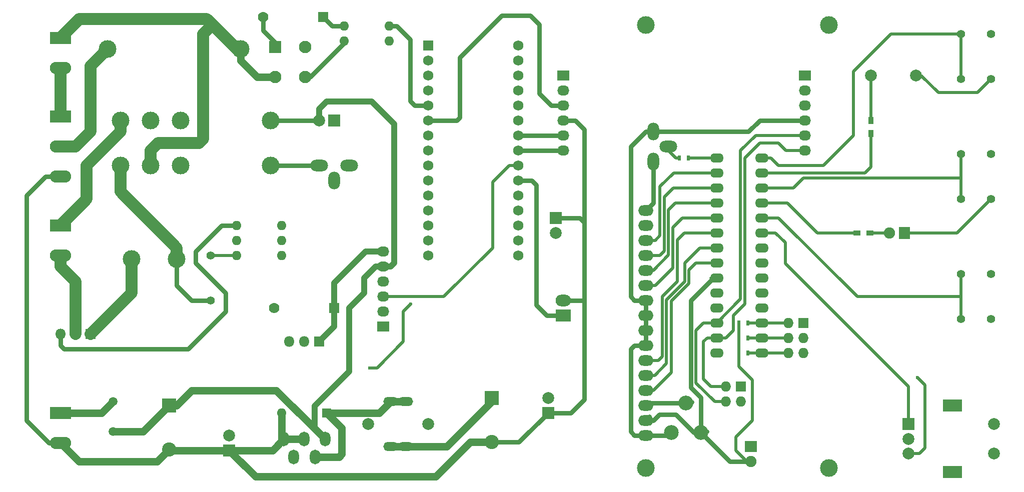
<source format=gbr>
%TF.GenerationSoftware,KiCad,Pcbnew,4.0.5+dfsg1-4*%
%TF.CreationDate,2018-12-31T14:04:09+01:00*%
%TF.ProjectId,HotAirGun,486F7441697247756E2E6B696361645F,rev?*%
%TF.FileFunction,Copper,L2,Bot,Signal*%
%FSLAX46Y46*%
G04 Gerber Fmt 4.6, Leading zero omitted, Abs format (unit mm)*
G04 Created by KiCad (PCBNEW 4.0.5+dfsg1-4) date Mon Dec 31 14:04:09 2018*
%MOMM*%
%LPD*%
G01*
G04 APERTURE LIST*
%ADD10C,0.100000*%
%ADD11O,2.600000X1.800000*%
%ADD12C,3.000000*%
%ADD13R,3.600000X2.100000*%
%ADD14O,3.600000X2.100000*%
%ADD15C,1.727200*%
%ADD16R,1.727200X1.727200*%
%ADD17R,2.400000X2.400000*%
%ADD18C,2.400000*%
%ADD19R,1.800000X1.800000*%
%ADD20O,1.800000X1.800000*%
%ADD21R,1.600000X1.600000*%
%ADD22O,1.600000X1.600000*%
%ADD23C,1.397000*%
%ADD24C,2.100000*%
%ADD25R,2.100000X2.100000*%
%ADD26C,1.778000*%
%ADD27R,1.778000X1.778000*%
%ADD28R,0.500000X0.900000*%
%ADD29C,2.000000*%
%ADD30O,1.800860X2.499360*%
%ADD31O,2.300000X1.600000*%
%ADD32R,3.200000X2.000000*%
%ADD33R,2.000000X2.000000*%
%ADD34R,0.900000X1.200000*%
%ADD35R,1.200000X0.900000*%
%ADD36O,1.998980X2.999740*%
%ADD37O,2.999740X1.998980*%
%ADD38R,2.032000X1.727200*%
%ADD39O,2.032000X1.727200*%
%ADD40O,1.727200X1.727200*%
%ADD41R,2.000000X1.900000*%
%ADD42C,1.900000*%
%ADD43R,1.900000X2.000000*%
%ADD44C,2.499360*%
%ADD45C,2.999740*%
%ADD46O,2.500000X1.524000*%
%ADD47C,1.501140*%
%ADD48R,2.600000X2.000000*%
%ADD49O,2.600000X2.000000*%
%ADD50C,0.600000*%
%ADD51C,0.508000*%
%ADD52C,1.270000*%
%ADD53C,0.762000*%
%ADD54C,1.016000*%
%ADD55C,2.032000*%
G04 APERTURE END LIST*
D10*
D11*
X167640000Y-129794000D03*
X167640000Y-127254000D03*
X167640000Y-124714000D03*
X167640000Y-122174000D03*
X167640000Y-119634000D03*
X167640000Y-117094000D03*
X167640000Y-114554000D03*
X167640000Y-112014000D03*
X167640000Y-109474000D03*
X167640000Y-106934000D03*
X167640000Y-104394000D03*
X167640000Y-101854000D03*
X167640000Y-99314000D03*
X167640000Y-96774000D03*
X167640000Y-94234000D03*
X167640000Y-91694000D03*
D12*
X167640000Y-135293100D03*
X198640700Y-135293100D03*
X198640700Y-60294520D03*
X167640000Y-60294520D03*
D13*
X68580000Y-125984000D03*
D14*
X68580000Y-131064000D03*
D15*
X146050000Y-63754000D03*
X146050000Y-66294000D03*
X146050000Y-68834000D03*
X146050000Y-71374000D03*
X146050000Y-73914000D03*
X146050000Y-76454000D03*
X146050000Y-78994000D03*
X146050000Y-81534000D03*
X146050000Y-84074000D03*
X146050000Y-86614000D03*
X146050000Y-89154000D03*
X146050000Y-91694000D03*
X146050000Y-94234000D03*
X146050000Y-96774000D03*
X146050000Y-99314000D03*
X130810000Y-99314000D03*
X130810000Y-96774000D03*
X130810000Y-94234000D03*
X130810000Y-91694000D03*
X130810000Y-89154000D03*
X130810000Y-86614000D03*
X130810000Y-84074000D03*
X130810000Y-81534000D03*
X130810000Y-78994000D03*
X130810000Y-76454000D03*
X130810000Y-73914000D03*
X130810000Y-71374000D03*
X130810000Y-68834000D03*
X130810000Y-66294000D03*
D16*
X130810000Y-63754000D03*
D17*
X86995000Y-124714000D03*
D18*
X86995000Y-132214000D03*
D17*
X141605000Y-123444000D03*
D18*
X141605000Y-130944000D03*
D19*
X73660000Y-112649000D03*
D20*
X71120000Y-112649000D03*
X68580000Y-112649000D03*
D21*
X113665000Y-125984000D03*
D22*
X106045000Y-125984000D03*
D12*
X88265000Y-99949000D03*
X80645000Y-99949000D03*
D19*
X112395000Y-113919000D03*
D20*
X109855000Y-113919000D03*
X107315000Y-113919000D03*
D23*
X220980000Y-102489000D03*
X226060000Y-102489000D03*
X220980000Y-110109000D03*
X226060000Y-110109000D03*
X220980000Y-82169000D03*
X226060000Y-82169000D03*
X220980000Y-89789000D03*
X226060000Y-89789000D03*
X220980000Y-61849000D03*
X226060000Y-61849000D03*
X220980000Y-69469000D03*
X226060000Y-69469000D03*
D24*
X109982000Y-69088000D03*
X109982000Y-64008000D03*
D25*
X104902000Y-64008000D03*
D24*
X104902000Y-69088000D03*
D26*
X102870000Y-58928000D03*
D27*
X113030000Y-58928000D03*
D26*
X104775000Y-108204000D03*
D27*
X114935000Y-108204000D03*
D23*
X93980000Y-106934000D03*
X93980000Y-99314000D03*
D28*
X184900000Y-110744000D03*
X183400000Y-110744000D03*
X184900000Y-113284000D03*
X183400000Y-113284000D03*
X184900000Y-115824000D03*
X183400000Y-115824000D03*
D29*
X205750160Y-68834000D03*
X213349840Y-68834000D03*
D13*
X68580000Y-62484000D03*
D14*
X68580000Y-67564000D03*
D13*
X68580000Y-75819000D03*
D14*
X68580000Y-80899000D03*
X68580000Y-85979000D03*
D13*
X68580000Y-94234000D03*
D14*
X68580000Y-99314000D03*
D22*
X106045000Y-99314000D03*
X106045000Y-96774000D03*
X106045000Y-94234000D03*
X98425000Y-94234000D03*
X98425000Y-96774000D03*
X98425000Y-99314000D03*
X116586000Y-60452000D03*
X116586000Y-62992000D03*
X124206000Y-62992000D03*
X124206000Y-60452000D03*
D30*
X109855000Y-130439160D03*
X113355120Y-130439160D03*
X106354880Y-130439160D03*
X108054140Y-133438900D03*
X111655860Y-133438900D03*
D31*
X179705000Y-82804000D03*
X179705000Y-85344000D03*
X179705000Y-87884000D03*
X179705000Y-90424000D03*
X179705000Y-92964000D03*
X179705000Y-95504000D03*
X179705000Y-98044000D03*
X179705000Y-100584000D03*
X179705000Y-103124000D03*
X179705000Y-105664000D03*
X179705000Y-108204000D03*
X179705000Y-110744000D03*
X179705000Y-113284000D03*
X179705000Y-115824000D03*
X187325000Y-115824000D03*
X187325000Y-113284000D03*
X187325000Y-110744000D03*
X187325000Y-108204000D03*
X187325000Y-105664000D03*
X187325000Y-103124000D03*
X187325000Y-100584000D03*
X187325000Y-98044000D03*
X187325000Y-95504000D03*
X187325000Y-92964000D03*
X187325000Y-90424000D03*
X187325000Y-87884000D03*
X187325000Y-85344000D03*
X187325000Y-82804000D03*
D29*
X226590000Y-132889000D03*
X226590000Y-127889000D03*
D32*
X219590000Y-135989000D03*
X219590000Y-124789000D03*
D29*
X212090000Y-132889000D03*
X212090000Y-130389000D03*
D33*
X212090000Y-127889000D03*
D34*
X205740000Y-78697000D03*
X205740000Y-76497000D03*
D35*
X203370000Y-95504000D03*
X205570000Y-95504000D03*
D36*
X114935000Y-86614000D03*
D37*
X117475000Y-84074000D03*
X112395000Y-84074000D03*
D38*
X123190000Y-111379000D03*
D39*
X123190000Y-108839000D03*
X123190000Y-106299000D03*
X123190000Y-103759000D03*
X123190000Y-101219000D03*
X123190000Y-98679000D03*
D38*
X153670000Y-68834000D03*
D39*
X153670000Y-71374000D03*
X153670000Y-73914000D03*
X153670000Y-76454000D03*
X153670000Y-78994000D03*
X153670000Y-81534000D03*
D16*
X183769000Y-121539000D03*
D40*
X181229000Y-121539000D03*
X183769000Y-124079000D03*
X181229000Y-124079000D03*
D38*
X194564000Y-68834000D03*
D39*
X194564000Y-71374000D03*
X194564000Y-73914000D03*
X194564000Y-76454000D03*
X194564000Y-78994000D03*
X194564000Y-81534000D03*
D16*
X194310000Y-110744000D03*
D40*
X191770000Y-110744000D03*
X194310000Y-113284000D03*
X191770000Y-113284000D03*
X194310000Y-115824000D03*
X191770000Y-115824000D03*
D33*
X152400000Y-92964000D03*
D29*
X152400000Y-95504000D03*
D33*
X151130000Y-125984000D03*
D29*
X151130000Y-123444000D03*
D33*
X97155000Y-132334000D03*
D29*
X97155000Y-129794000D03*
D33*
X114935000Y-76454000D03*
D29*
X112395000Y-76454000D03*
D41*
X185420000Y-131699000D03*
D42*
X185420000Y-134239000D03*
D43*
X211455000Y-95504000D03*
D42*
X208915000Y-95504000D03*
D37*
X171450000Y-80899000D03*
D36*
X168910000Y-83439000D03*
X168910000Y-78359000D03*
D44*
X174457360Y-124287280D03*
X176956720Y-129286000D03*
X171958000Y-129286000D03*
D45*
X104140000Y-84074000D03*
X104140000Y-76454000D03*
X88900000Y-76454000D03*
X83820000Y-76454000D03*
X78740000Y-76454000D03*
X88900000Y-84074000D03*
X83820000Y-84074000D03*
X78740000Y-84074000D03*
D46*
X127000000Y-131699000D03*
X124460000Y-131699000D03*
X124460000Y-124079000D03*
X127000000Y-124079000D03*
D29*
X130810000Y-127889000D03*
X120650000Y-127889000D03*
D12*
X99060000Y-64389000D03*
X76560000Y-64389000D03*
D28*
X173367000Y-82804000D03*
X174867000Y-82804000D03*
D47*
X77470000Y-129159000D03*
X77480160Y-124079000D03*
D48*
X153670000Y-109474000D03*
D49*
X153670000Y-106934000D03*
D50*
X167640000Y-106934000D03*
X179705000Y-105664000D03*
X120904000Y-118364000D03*
X127889000Y-107569000D03*
X213614000Y-120015000D03*
D51*
X108054140Y-133438900D02*
X108419900Y-133438900D01*
D52*
X127000000Y-131699000D02*
X133985000Y-131699000D01*
X133985000Y-131699000D02*
X141605000Y-124079000D01*
X141605000Y-124079000D02*
X141605000Y-123444000D01*
X127000000Y-131699000D02*
X124460000Y-131699000D01*
D53*
X153670000Y-106934000D02*
X157226000Y-106934000D01*
X157226000Y-106934000D02*
X157226000Y-106172000D01*
X152400000Y-92964000D02*
X156464000Y-92964000D01*
X156464000Y-92964000D02*
X157226000Y-93726000D01*
X151130000Y-125984000D02*
X154940000Y-125984000D01*
X155702000Y-76454000D02*
X153670000Y-76454000D01*
X157226000Y-77978000D02*
X155702000Y-76454000D01*
X157226000Y-123698000D02*
X157226000Y-106172000D01*
X157226000Y-106172000D02*
X157226000Y-93726000D01*
X157226000Y-93726000D02*
X157226000Y-77978000D01*
X154940000Y-125984000D02*
X157226000Y-123698000D01*
X141605000Y-130944000D02*
X146170000Y-130944000D01*
X146170000Y-130944000D02*
X151130000Y-125984000D01*
D52*
X141605000Y-130944000D02*
X137915000Y-130944000D01*
X101600000Y-136779000D02*
X97155000Y-132334000D01*
X132080000Y-136779000D02*
X101600000Y-136779000D01*
X137915000Y-130944000D02*
X132080000Y-136779000D01*
X106045000Y-125984000D02*
X106045000Y-130129280D01*
X106045000Y-130129280D02*
X106354880Y-130439160D01*
X97155000Y-132334000D02*
X87115000Y-132334000D01*
X87115000Y-132334000D02*
X86995000Y-132214000D01*
X109855000Y-130439160D02*
X106354880Y-130439160D01*
X106354880Y-130439160D02*
X104460040Y-132334000D01*
X104460040Y-132334000D02*
X97155000Y-132334000D01*
X68580000Y-131064000D02*
X71755000Y-134239000D01*
X84970000Y-134239000D02*
X86995000Y-132214000D01*
X71755000Y-134239000D02*
X84970000Y-134239000D01*
D53*
X68580000Y-85979000D02*
X66040000Y-85979000D01*
X66675000Y-131064000D02*
X68580000Y-131064000D01*
X62865000Y-127254000D02*
X66675000Y-131064000D01*
X62865000Y-89154000D02*
X62865000Y-127254000D01*
X66040000Y-85979000D02*
X62865000Y-89154000D01*
X167640000Y-129794000D02*
X171450000Y-129794000D01*
X171450000Y-129794000D02*
X171958000Y-129286000D01*
X168910000Y-78359000D02*
X185039000Y-78359000D01*
X185039000Y-78359000D02*
X186944000Y-76454000D01*
D51*
X213349840Y-68834000D02*
X214249000Y-68834000D01*
X214249000Y-68834000D02*
X217170000Y-71755000D01*
X217170000Y-71755000D02*
X223774000Y-71755000D01*
X223774000Y-71755000D02*
X226060000Y-69469000D01*
X211455000Y-95504000D02*
X220345000Y-95504000D01*
X220345000Y-95504000D02*
X226060000Y-89789000D01*
D53*
X165100000Y-106299000D02*
X165100000Y-80899000D01*
X165100000Y-80899000D02*
X167640000Y-78359000D01*
X167640000Y-78359000D02*
X168910000Y-78359000D01*
X167640000Y-106934000D02*
X165735000Y-106934000D01*
X165735000Y-106934000D02*
X165100000Y-106299000D01*
X167640000Y-129794000D02*
X165735000Y-129794000D01*
X165735000Y-129794000D02*
X165100000Y-129159000D01*
X167640000Y-114554000D02*
X167640000Y-106934000D01*
X165735000Y-114554000D02*
X167640000Y-114554000D01*
X165100000Y-115189000D02*
X165735000Y-114554000D01*
X165100000Y-129159000D02*
X165100000Y-115189000D01*
X186944000Y-76454000D02*
X194564000Y-76454000D01*
D51*
X183400000Y-110744000D02*
X183400000Y-113284000D01*
X183400000Y-115824000D02*
X183400000Y-113284000D01*
X185420000Y-134239000D02*
X184785000Y-134239000D01*
X184785000Y-134239000D02*
X182880000Y-132334000D01*
X183400000Y-118122000D02*
X183400000Y-115824000D01*
X185674000Y-120396000D02*
X183400000Y-118122000D01*
X185674000Y-127254000D02*
X185674000Y-120396000D01*
X182880000Y-130048000D02*
X185674000Y-127254000D01*
X182880000Y-132334000D02*
X182880000Y-130048000D01*
D53*
X185420000Y-134239000D02*
X181909720Y-134239000D01*
X181909720Y-134239000D02*
X176956720Y-129286000D01*
X176956720Y-129286000D02*
X175768000Y-129286000D01*
X175768000Y-129286000D02*
X172720000Y-126238000D01*
X169926000Y-126238000D02*
X168910000Y-127254000D01*
X172720000Y-126238000D02*
X169926000Y-126238000D01*
X168910000Y-127254000D02*
X167640000Y-127254000D01*
X179705000Y-103124000D02*
X179070000Y-103124000D01*
X179070000Y-103124000D02*
X175260000Y-106934000D01*
X176956720Y-123362720D02*
X176956720Y-129286000D01*
X175260000Y-121666000D02*
X176956720Y-123362720D01*
X175260000Y-106934000D02*
X175260000Y-121666000D01*
X177972720Y-129159000D02*
X176784000Y-129159000D01*
X168275000Y-126619000D02*
X167640000Y-127254000D01*
D51*
X179705000Y-103124000D02*
X178689000Y-103124000D01*
X183400000Y-115824000D02*
X183388000Y-115836000D01*
D53*
X174457360Y-124287280D02*
X168066720Y-124287280D01*
X168066720Y-124287280D02*
X167640000Y-124714000D01*
X174919640Y-124714000D02*
X175473360Y-124160280D01*
D51*
X179705000Y-100584000D02*
X176149000Y-100584000D01*
X171958000Y-119126000D02*
X168910000Y-122174000D01*
X171958000Y-107046266D02*
X171958000Y-119126000D01*
X174952002Y-104052264D02*
X171958000Y-107046266D01*
X174952002Y-101780998D02*
X174952002Y-104052264D01*
X176149000Y-100584000D02*
X174952002Y-101780998D01*
X168910000Y-122174000D02*
X167640000Y-122174000D01*
X167640000Y-119634000D02*
X169164000Y-119634000D01*
X176784000Y-98044000D02*
X179705000Y-98044000D01*
X174244000Y-100584000D02*
X176784000Y-98044000D01*
X174244000Y-103759000D02*
X174244000Y-100584000D01*
X171142002Y-106860998D02*
X174244000Y-103759000D01*
X171142002Y-117655998D02*
X171142002Y-106860998D01*
X169164000Y-119634000D02*
X171142002Y-117655998D01*
X167640000Y-119634000D02*
X168910000Y-119634000D01*
X179705000Y-95504000D02*
X174190002Y-95504000D01*
X169799000Y-117094000D02*
X167640000Y-117094000D01*
X170434000Y-116459000D02*
X169799000Y-117094000D01*
X170434000Y-106299000D02*
X170434000Y-116459000D01*
X172974000Y-103759000D02*
X170434000Y-106299000D01*
X172974000Y-96720002D02*
X172974000Y-103759000D01*
X174190002Y-95504000D02*
X172974000Y-96720002D01*
X169291000Y-104394000D02*
X167640000Y-104394000D01*
X172212000Y-101473000D02*
X169291000Y-104394000D01*
X172212000Y-94580006D02*
X172212000Y-101473000D01*
X179705000Y-92964000D02*
X173828006Y-92964000D01*
X173828006Y-92964000D02*
X172212000Y-94580006D01*
X167640000Y-101854000D02*
X168910000Y-101854000D01*
X168910000Y-101854000D02*
X171469004Y-99294996D01*
X171469004Y-99294996D02*
X171469004Y-91611496D01*
X171469004Y-91611496D02*
X172656500Y-90424000D01*
X172656500Y-90424000D02*
X179705000Y-90424000D01*
X170053000Y-99314000D02*
X167640000Y-99314000D01*
X170761002Y-98605998D02*
X170053000Y-99314000D01*
X170761002Y-89471500D02*
X170761002Y-98605998D01*
X179705000Y-87884000D02*
X172348502Y-87884000D01*
X172348502Y-87884000D02*
X170761002Y-89471500D01*
X169227500Y-96774000D02*
X167640000Y-96774000D01*
X170053000Y-95948500D02*
X169227500Y-96774000D01*
X170053000Y-87693500D02*
X170053000Y-95948500D01*
X179705000Y-85344000D02*
X172402500Y-85344000D01*
X172402500Y-85344000D02*
X170053000Y-87693500D01*
D53*
X168910000Y-90424000D02*
X167640000Y-91694000D01*
X168910000Y-83439000D02*
X168910000Y-90424000D01*
X153670000Y-73914000D02*
X151638000Y-73914000D01*
X135636000Y-76454000D02*
X130810000Y-76454000D01*
X136144000Y-75946000D02*
X135636000Y-76454000D01*
X136144000Y-65786000D02*
X136144000Y-75946000D01*
X143256000Y-58674000D02*
X136144000Y-65786000D01*
X148082000Y-58674000D02*
X143256000Y-58674000D01*
X149606000Y-60198000D02*
X148082000Y-58674000D01*
X149606000Y-71882000D02*
X149606000Y-60198000D01*
X151638000Y-73914000D02*
X149606000Y-71882000D01*
D51*
X123190000Y-106299000D02*
X133477000Y-106299000D01*
X144526000Y-84074000D02*
X146050000Y-84074000D01*
X141732000Y-86868000D02*
X144526000Y-84074000D01*
X141732000Y-98044000D02*
X141732000Y-86868000D01*
X133477000Y-106299000D02*
X141732000Y-98044000D01*
D54*
X123190000Y-101219000D02*
X124460000Y-101219000D01*
X124460000Y-101219000D02*
X125095000Y-100584000D01*
X125095000Y-100584000D02*
X125095000Y-77089000D01*
X125095000Y-77089000D02*
X121285000Y-73279000D01*
X121285000Y-73279000D02*
X113665000Y-73279000D01*
X113665000Y-73279000D02*
X112395000Y-74549000D01*
X112395000Y-74549000D02*
X112395000Y-76454000D01*
X111599980Y-128684020D02*
X111599980Y-124874020D01*
X121920000Y-101219000D02*
X123190000Y-101219000D01*
X120015000Y-103124000D02*
X121920000Y-101219000D01*
X120015000Y-105664000D02*
X120015000Y-103124000D01*
X117475000Y-108204000D02*
X120015000Y-105664000D01*
X117475000Y-118999000D02*
X117475000Y-108204000D01*
X111599980Y-124874020D02*
X117475000Y-118999000D01*
D52*
X86995000Y-124714000D02*
X88265000Y-124714000D01*
X105089960Y-122174000D02*
X111599980Y-128684020D01*
X111599980Y-128684020D02*
X113355120Y-130439160D01*
X90805000Y-122174000D02*
X105089960Y-122174000D01*
X88265000Y-124714000D02*
X90805000Y-122174000D01*
X77470000Y-129159000D02*
X82550000Y-129159000D01*
X82550000Y-129159000D02*
X86995000Y-124714000D01*
D53*
X112395000Y-76454000D02*
X104140000Y-76454000D01*
D54*
X114935000Y-108204000D02*
X114935000Y-111379000D01*
X114935000Y-111379000D02*
X112395000Y-113919000D01*
X123190000Y-98679000D02*
X120269000Y-98679000D01*
X114935000Y-104013000D02*
X114935000Y-108204000D01*
X120269000Y-98679000D02*
X114935000Y-104013000D01*
D51*
X179705000Y-82804000D02*
X174867000Y-82804000D01*
D53*
X124206000Y-60452000D02*
X125476000Y-60452000D01*
X128524000Y-73914000D02*
X130810000Y-73914000D01*
X127762000Y-73152000D02*
X128524000Y-73914000D01*
X127762000Y-62738000D02*
X127762000Y-73152000D01*
X125476000Y-60452000D02*
X127762000Y-62738000D01*
D51*
X122174000Y-118364000D02*
X120904000Y-118364000D01*
X126619000Y-113919000D02*
X122174000Y-118364000D01*
X126619000Y-108839000D02*
X126619000Y-113919000D01*
X127889000Y-107569000D02*
X126619000Y-108839000D01*
X179705000Y-110744000D02*
X177419000Y-110744000D01*
X179324000Y-124079000D02*
X181229000Y-124079000D01*
X176149000Y-120904000D02*
X179324000Y-124079000D01*
X176149000Y-112014000D02*
X176149000Y-120904000D01*
X177419000Y-110744000D02*
X176149000Y-112014000D01*
X183695998Y-106753002D02*
X179705000Y-110744000D01*
X183695998Y-81607002D02*
X183695998Y-106753002D01*
X194564000Y-78994000D02*
X186309000Y-78994000D01*
X186309000Y-78994000D02*
X183695998Y-81607002D01*
X181229000Y-121539000D02*
X178689000Y-121539000D01*
X178054000Y-113284000D02*
X179705000Y-113284000D01*
X177419000Y-113919000D02*
X178054000Y-113284000D01*
X177419000Y-120269000D02*
X177419000Y-113919000D01*
X178689000Y-121539000D02*
X177419000Y-120269000D01*
X191389000Y-81534000D02*
X194564000Y-81534000D01*
X190119000Y-80264000D02*
X191389000Y-81534000D01*
X188849000Y-80264000D02*
X190119000Y-80264000D01*
X181229000Y-113284000D02*
X182499000Y-112014000D01*
X182499000Y-112014000D02*
X182499000Y-109474000D01*
X182499000Y-109474000D02*
X184404000Y-107569000D01*
X184404000Y-107569000D02*
X184404000Y-82804000D01*
X184404000Y-82804000D02*
X186944000Y-80264000D01*
X186944000Y-80264000D02*
X188849000Y-80264000D01*
X179705000Y-113284000D02*
X181229000Y-113284000D01*
X220980000Y-102489000D02*
X220980000Y-106299000D01*
X220980000Y-106299000D02*
X220980000Y-110109000D01*
X187325000Y-92964000D02*
X190119000Y-92964000D01*
X203454000Y-106299000D02*
X220980000Y-106299000D01*
X190119000Y-92964000D02*
X203454000Y-106299000D01*
X203370000Y-95504000D02*
X196723000Y-95504000D01*
X191643000Y-90424000D02*
X187325000Y-90424000D01*
X196723000Y-95504000D02*
X191643000Y-90424000D01*
X220980000Y-86233000D02*
X194310000Y-86233000D01*
X192659000Y-87884000D02*
X187325000Y-87884000D01*
X194310000Y-86233000D02*
X192659000Y-87884000D01*
X220980000Y-82169000D02*
X220980000Y-86233000D01*
X220980000Y-86233000D02*
X220980000Y-89789000D01*
X187325000Y-85344000D02*
X204724000Y-85344000D01*
X205740000Y-84328000D02*
X205740000Y-78697000D01*
X204724000Y-85344000D02*
X205740000Y-84328000D01*
X187325000Y-82804000D02*
X188849000Y-82804000D01*
X209169000Y-61849000D02*
X220980000Y-61849000D01*
X202819000Y-68199000D02*
X209169000Y-61849000D01*
X202819000Y-78994000D02*
X202819000Y-68199000D01*
X197739000Y-84074000D02*
X202819000Y-78994000D01*
X190119000Y-84074000D02*
X197739000Y-84074000D01*
X188849000Y-82804000D02*
X190119000Y-84074000D01*
X187325000Y-82804000D02*
X187579000Y-82804000D01*
X220980000Y-61849000D02*
X220980000Y-65024000D01*
X220980000Y-65024000D02*
X220980000Y-69469000D01*
D53*
X116586000Y-60452000D02*
X114554000Y-60452000D01*
X114554000Y-60452000D02*
X113030000Y-58928000D01*
X116586000Y-62992000D02*
X116586000Y-63373000D01*
X116586000Y-63373000D02*
X110871000Y-69088000D01*
X110871000Y-69088000D02*
X109982000Y-69088000D01*
D51*
X205740000Y-76497000D02*
X205740000Y-68844160D01*
X205740000Y-68844160D02*
X205750160Y-68834000D01*
X205570000Y-95504000D02*
X208915000Y-95504000D01*
D53*
X104902000Y-64008000D02*
X104902000Y-63246000D01*
X104902000Y-63246000D02*
X102870000Y-61214000D01*
X102870000Y-61214000D02*
X102870000Y-58928000D01*
D55*
X83820000Y-84074000D02*
X83820000Y-81534000D01*
X92710000Y-61849000D02*
X94297500Y-60261500D01*
X92710000Y-79629000D02*
X92710000Y-61849000D01*
X92075000Y-80264000D02*
X92710000Y-79629000D01*
X85090000Y-80264000D02*
X92075000Y-80264000D01*
X83820000Y-81534000D02*
X85090000Y-80264000D01*
X99060000Y-64389000D02*
X98425000Y-64389000D01*
X98425000Y-64389000D02*
X94297500Y-60261500D01*
X94297500Y-60261500D02*
X93345000Y-59309000D01*
X71755000Y-59309000D02*
X68580000Y-62484000D01*
X93345000Y-59309000D02*
X71755000Y-59309000D01*
D52*
X104902000Y-69088000D02*
X101854000Y-69088000D01*
X99060000Y-66294000D02*
X99060000Y-64389000D01*
X101854000Y-69088000D02*
X99060000Y-66294000D01*
D55*
X68580000Y-67564000D02*
X68580000Y-75819000D01*
X80645000Y-99949000D02*
X80645000Y-105664000D01*
X80645000Y-105664000D02*
X73660000Y-112649000D01*
X71120000Y-112649000D02*
X71120000Y-103759000D01*
X68580000Y-101219000D02*
X68580000Y-99314000D01*
X71120000Y-103759000D02*
X68580000Y-101219000D01*
D53*
X98425000Y-94234000D02*
X95885000Y-94234000D01*
X68580000Y-114554000D02*
X68580000Y-112649000D01*
X69215000Y-115189000D02*
X68580000Y-114554000D01*
X90170000Y-115189000D02*
X69215000Y-115189000D01*
X96520000Y-108839000D02*
X90170000Y-115189000D01*
X96520000Y-105664000D02*
X96520000Y-108839000D01*
X91440000Y-100584000D02*
X96520000Y-105664000D01*
X91440000Y-98679000D02*
X91440000Y-100584000D01*
X95885000Y-94234000D02*
X91440000Y-98679000D01*
D52*
X124460000Y-124079000D02*
X127000000Y-124079000D01*
X113665000Y-125984000D02*
X122555000Y-125984000D01*
X122555000Y-125984000D02*
X124460000Y-124079000D01*
X111655860Y-133438900D02*
X115735100Y-133438900D01*
X116205000Y-128524000D02*
X113665000Y-125984000D01*
X116205000Y-132969000D02*
X116205000Y-128524000D01*
X115735100Y-133438900D02*
X116205000Y-132969000D01*
D53*
X153670000Y-81534000D02*
X146050000Y-81534000D01*
X146050000Y-78994000D02*
X153670000Y-78994000D01*
D55*
X78740000Y-76454000D02*
X78740000Y-78359000D01*
X73025000Y-89789000D02*
X68580000Y-94234000D01*
X73025000Y-84074000D02*
X73025000Y-89789000D01*
X78740000Y-78359000D02*
X73025000Y-84074000D01*
D52*
X68580000Y-125984000D02*
X75575160Y-125984000D01*
X75575160Y-125984000D02*
X77480160Y-124079000D01*
D53*
X153670000Y-109474000D02*
X150876000Y-109474000D01*
X148336000Y-86614000D02*
X146050000Y-86614000D01*
X149098000Y-87376000D02*
X148336000Y-86614000D01*
X149098000Y-107696000D02*
X149098000Y-87376000D01*
X150876000Y-109474000D02*
X149098000Y-107696000D01*
X93980000Y-106934000D02*
X90805000Y-106934000D01*
X88265000Y-104394000D02*
X88265000Y-99949000D01*
X90805000Y-106934000D02*
X88265000Y-104394000D01*
D55*
X78740000Y-84074000D02*
X78740000Y-88519000D01*
X88265000Y-98044000D02*
X88265000Y-99949000D01*
X78740000Y-88519000D02*
X88265000Y-98044000D01*
D53*
X112395000Y-84074000D02*
X109220000Y-84074000D01*
X109220000Y-84074000D02*
X104140000Y-84074000D01*
D51*
X98425000Y-99314000D02*
X93980000Y-99314000D01*
X191770000Y-110744000D02*
X187325000Y-110744000D01*
X187325000Y-110744000D02*
X184900000Y-110744000D01*
X191770000Y-113284000D02*
X187325000Y-113284000D01*
X184900000Y-113284000D02*
X187325000Y-113284000D01*
X191770000Y-115824000D02*
X187325000Y-115824000D01*
X187325000Y-115824000D02*
X184900000Y-115824000D01*
X213948000Y-132889000D02*
X212090000Y-132889000D01*
X214884000Y-131953000D02*
X213948000Y-132889000D01*
X214884000Y-121285000D02*
X214884000Y-131953000D01*
X213614000Y-120015000D02*
X214884000Y-121285000D01*
X212090000Y-127889000D02*
X212090000Y-121539000D01*
X189611000Y-95504000D02*
X187325000Y-95504000D01*
X191262000Y-97155000D02*
X189611000Y-95504000D01*
X191262000Y-100711000D02*
X191262000Y-97155000D01*
X212090000Y-121539000D02*
X191262000Y-100711000D01*
X173367000Y-82804000D02*
X172720000Y-82804000D01*
X172720000Y-82804000D02*
X171450000Y-81534000D01*
X171450000Y-81534000D02*
X171450000Y-80899000D01*
D55*
X68580000Y-80899000D02*
X71120000Y-80899000D01*
X73660000Y-67289000D02*
X76560000Y-64389000D01*
X73660000Y-78359000D02*
X73660000Y-67289000D01*
X71120000Y-80899000D02*
X73660000Y-78359000D01*
M02*

</source>
